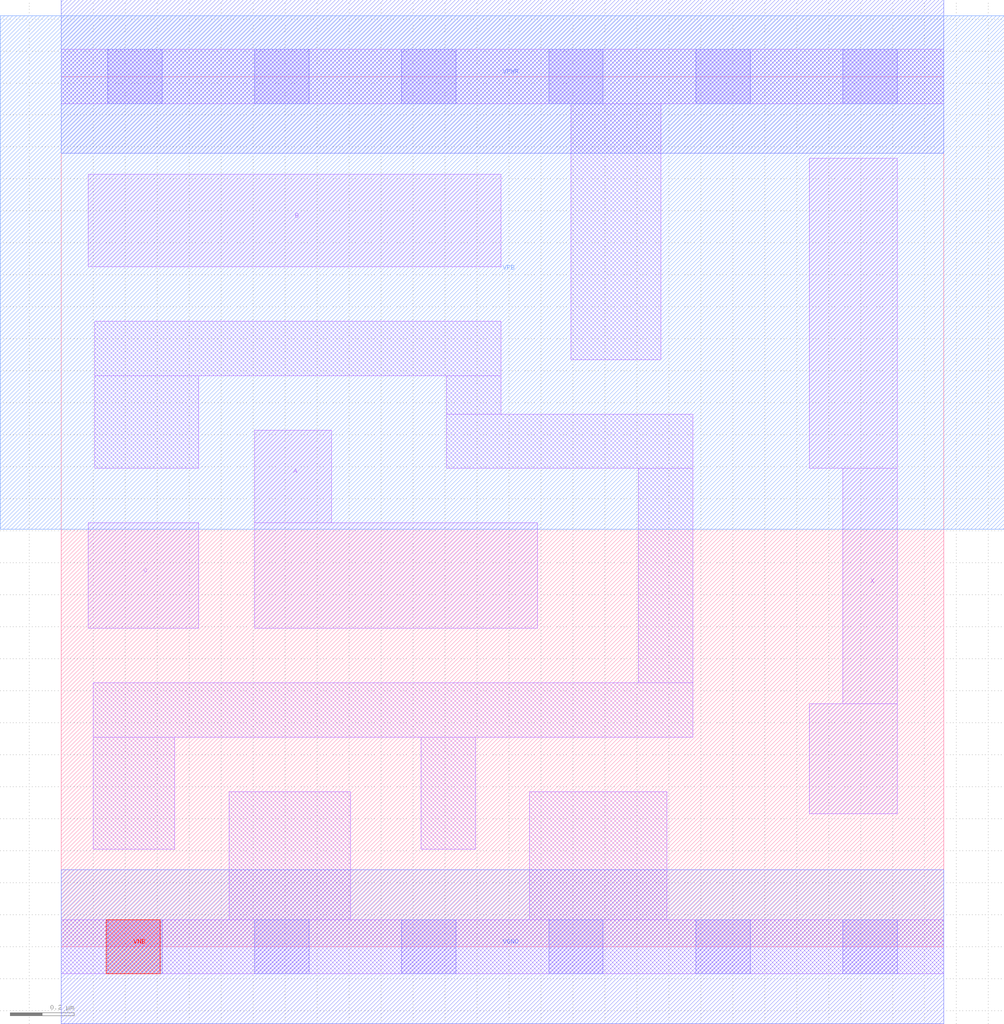
<source format=lef>
# Copyright 2020 The SkyWater PDK Authors
#
# Licensed under the Apache License, Version 2.0 (the "License");
# you may not use this file except in compliance with the License.
# You may obtain a copy of the License at
#
#     https://www.apache.org/licenses/LICENSE-2.0
#
# Unless required by applicable law or agreed to in writing, software
# distributed under the License is distributed on an "AS IS" BASIS,
# WITHOUT WARRANTIES OR CONDITIONS OF ANY KIND, either express or implied.
# See the License for the specific language governing permissions and
# limitations under the License.
#
# SPDX-License-Identifier: Apache-2.0

VERSION 5.7 ;
  NOWIREEXTENSIONATPIN ON ;
  DIVIDERCHAR "/" ;
  BUSBITCHARS "[]" ;
PROPERTYDEFINITIONS
  MACRO maskLayoutSubType STRING ;
  MACRO prCellType STRING ;
  MACRO originalViewName STRING ;
END PROPERTYDEFINITIONS
MACRO sky130_fd_sc_hdll__or3_1
  CLASS CORE ;
  FOREIGN sky130_fd_sc_hdll__or3_1 ;
  ORIGIN  0.000000  0.000000 ;
  SIZE  2.760000 BY  2.720000 ;
  SYMMETRY X Y R90 ;
  SITE unithd ;
  PIN A
    ANTENNAGATEAREA  0.138600 ;
    DIRECTION INPUT ;
    USE SIGNAL ;
    PORT
      LAYER li1 ;
        RECT 0.605000 0.995000 1.490000 1.325000 ;
        RECT 0.605000 1.325000 0.845000 1.615000 ;
    END
  END A
  PIN B
    ANTENNAGATEAREA  0.138600 ;
    DIRECTION INPUT ;
    USE SIGNAL ;
    PORT
      LAYER li1 ;
        RECT 0.085000 2.125000 1.375000 2.415000 ;
    END
  END B
  PIN C
    ANTENNAGATEAREA  0.138600 ;
    DIRECTION INPUT ;
    USE SIGNAL ;
    PORT
      LAYER li1 ;
        RECT 0.085000 0.995000 0.430000 1.325000 ;
    END
  END C
  PIN X
    ANTENNADIFFAREA  0.810250 ;
    DIRECTION OUTPUT ;
    USE SIGNAL ;
    PORT
      LAYER li1 ;
        RECT 2.340000 0.415000 2.615000 0.760000 ;
        RECT 2.340000 1.495000 2.615000 2.465000 ;
        RECT 2.445000 0.760000 2.615000 1.495000 ;
    END
  END X
  PIN VGND
    DIRECTION INOUT ;
    USE GROUND ;
    PORT
      LAYER met1 ;
        RECT 0.000000 -0.240000 2.760000 0.240000 ;
    END
  END VGND
  PIN VNB
    DIRECTION INOUT ;
    USE GROUND ;
    PORT
      LAYER pwell ;
        RECT 0.140000 -0.085000 0.310000 0.085000 ;
    END
  END VNB
  PIN VPB
    DIRECTION INOUT ;
    USE POWER ;
    PORT
      LAYER nwell ;
        RECT -0.190000 1.305000 2.950000 2.910000 ;
    END
  END VPB
  PIN VPWR
    DIRECTION INOUT ;
    USE POWER ;
    PORT
      LAYER met1 ;
        RECT 0.000000 2.480000 2.760000 2.960000 ;
    END
  END VPWR
  OBS
    LAYER li1 ;
      RECT 0.000000 -0.085000 2.760000 0.085000 ;
      RECT 0.000000  2.635000 2.760000 2.805000 ;
      RECT 0.100000  0.305000 0.355000 0.655000 ;
      RECT 0.100000  0.655000 1.975000 0.825000 ;
      RECT 0.105000  1.495000 0.430000 1.785000 ;
      RECT 0.105000  1.785000 1.375000 1.955000 ;
      RECT 0.525000  0.085000 0.905000 0.485000 ;
      RECT 1.125000  0.305000 1.295000 0.655000 ;
      RECT 1.205000  1.495000 1.975000 1.665000 ;
      RECT 1.205000  1.665000 1.375000 1.785000 ;
      RECT 1.465000  0.085000 1.895000 0.485000 ;
      RECT 1.595000  1.835000 1.875000 2.635000 ;
      RECT 1.805000  0.825000 1.975000 1.495000 ;
    LAYER mcon ;
      RECT 0.145000 -0.085000 0.315000 0.085000 ;
      RECT 0.145000  2.635000 0.315000 2.805000 ;
      RECT 0.605000 -0.085000 0.775000 0.085000 ;
      RECT 0.605000  2.635000 0.775000 2.805000 ;
      RECT 1.065000 -0.085000 1.235000 0.085000 ;
      RECT 1.065000  2.635000 1.235000 2.805000 ;
      RECT 1.525000 -0.085000 1.695000 0.085000 ;
      RECT 1.525000  2.635000 1.695000 2.805000 ;
      RECT 1.985000 -0.085000 2.155000 0.085000 ;
      RECT 1.985000  2.635000 2.155000 2.805000 ;
      RECT 2.445000 -0.085000 2.615000 0.085000 ;
      RECT 2.445000  2.635000 2.615000 2.805000 ;
  END
  PROPERTY maskLayoutSubType "abstract" ;
  PROPERTY prCellType "standard" ;
  PROPERTY originalViewName "layout" ;
END sky130_fd_sc_hdll__or3_1
END LIBRARY

</source>
